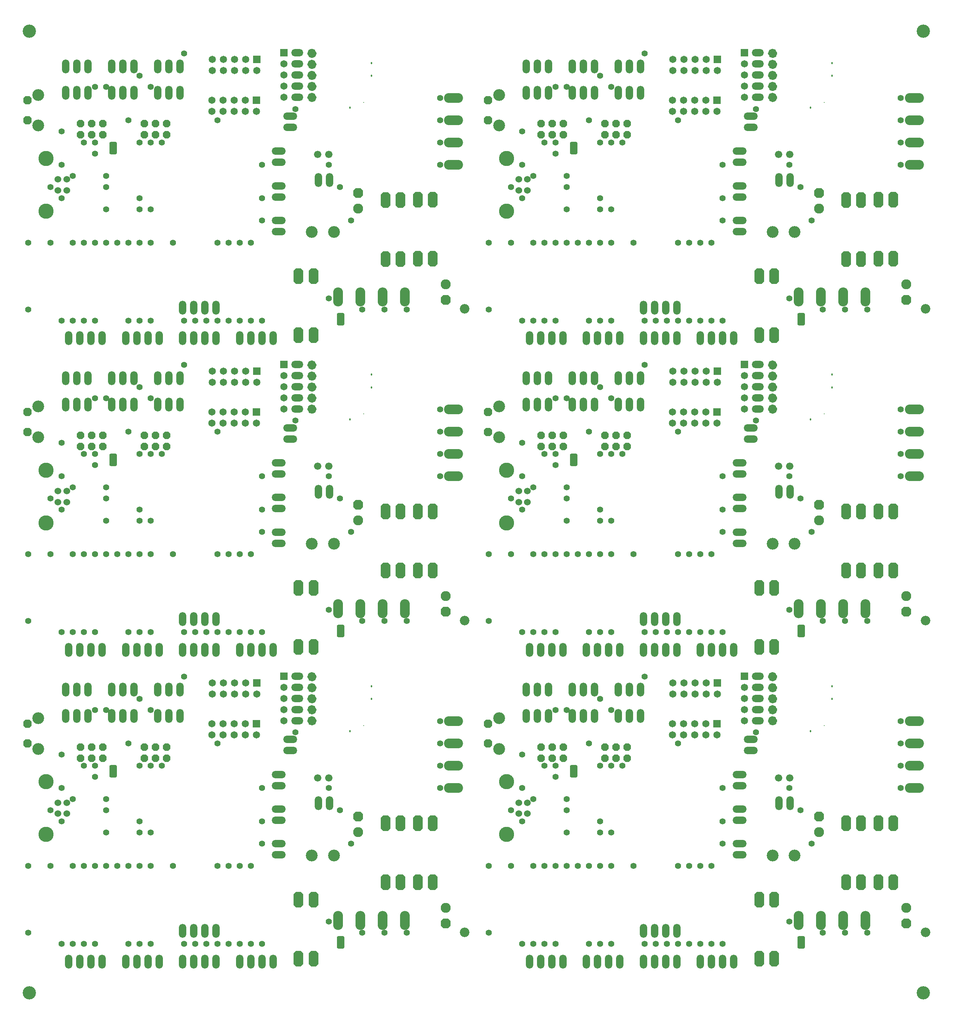
<source format=gbs>
G04 Layer_Color=16711935*
%FSLAX24Y24*%
%MOIN*%
G70*
G01*
G75*
%ADD78C,0.0600*%
G04:AMPARAMS|DCode=167|XSize=118.7mil|YSize=118.7mil|CornerRadius=59.4mil|HoleSize=0mil|Usage=FLASHONLY|Rotation=90.000|XOffset=0mil|YOffset=0mil|HoleType=Round|Shape=RoundedRectangle|*
%AMROUNDEDRECTD167*
21,1,0.1187,0.0000,0,0,90.0*
21,1,0.0000,0.1187,0,0,90.0*
1,1,0.1187,0.0000,0.0000*
1,1,0.1187,0.0000,0.0000*
1,1,0.1187,0.0000,0.0000*
1,1,0.1187,0.0000,0.0000*
%
%ADD167ROUNDEDRECTD167*%
G04:AMPARAMS|DCode=197|XSize=56mil|YSize=56mil|CornerRadius=28mil|HoleSize=0mil|Usage=FLASHONLY|Rotation=90.000|XOffset=0mil|YOffset=0mil|HoleType=Round|Shape=RoundedRectangle|*
%AMROUNDEDRECTD197*
21,1,0.0560,0.0000,0,0,90.0*
21,1,0.0000,0.0560,0,0,90.0*
1,1,0.0560,0.0000,0.0000*
1,1,0.0560,0.0000,0.0000*
1,1,0.0560,0.0000,0.0000*
1,1,0.0560,0.0000,0.0000*
%
%ADD197ROUNDEDRECTD197*%
G04:AMPARAMS|DCode=199|XSize=139mil|YSize=89mil|CornerRadius=0mil|HoleSize=0mil|Usage=FLASHONLY|Rotation=270.000|XOffset=0mil|YOffset=0mil|HoleType=Round|Shape=Octagon|*
%AMOCTAGOND199*
4,1,8,-0.0223,-0.0695,0.0223,-0.0695,0.0445,-0.0473,0.0445,0.0473,0.0223,0.0695,-0.0223,0.0695,-0.0445,0.0473,-0.0445,-0.0473,-0.0223,-0.0695,0.0*
%
%ADD199OCTAGOND199*%

%ADD200C,0.0651*%
%ADD201R,0.0651X0.0651*%
%ADD202O,0.0660X0.1260*%
%ADD203P,0.0823X8X292.5*%
%ADD204C,0.1060*%
%ADD205O,0.1260X0.0660*%
%ADD206O,0.1084X0.0651*%
%ADD207R,0.0651X0.0651*%
%ADD208C,0.1365*%
%ADD209O,0.1710X0.0885*%
%ADD210P,0.0974X8X112.5*%
%ADD211C,0.0900*%
%ADD212P,0.0736X8X22.5*%
%ADD213C,0.0660*%
%ADD214C,0.0860*%
%ADD215O,0.0885X0.1710*%
%ADD216C,0.0180*%
%ADD217C,0.0080*%
%ADD218C,0.0420*%
%ADD219R,0.0704X0.0354*%
G04:AMPARAMS|DCode=220|XSize=52mil|YSize=69mil|CornerRadius=14.5mil|HoleSize=0mil|Usage=FLASHONLY|Rotation=270.000|XOffset=0mil|YOffset=0mil|HoleType=Round|Shape=RoundedRectangle|*
%AMROUNDEDRECTD220*
21,1,0.0520,0.0400,0,0,270.0*
21,1,0.0230,0.0690,0,0,270.0*
1,1,0.0290,-0.0200,-0.0115*
1,1,0.0290,-0.0200,0.0115*
1,1,0.0290,0.0200,0.0115*
1,1,0.0290,0.0200,-0.0115*
%
%ADD220ROUNDEDRECTD220*%
G04:AMPARAMS|DCode=221|XSize=56mil|YSize=56mil|CornerRadius=28mil|HoleSize=0mil|Usage=FLASHONLY|Rotation=0.000|XOffset=0mil|YOffset=0mil|HoleType=Round|Shape=RoundedRectangle|*
%AMROUNDEDRECTD221*
21,1,0.0560,0.0000,0,0,0.0*
21,1,0.0000,0.0560,0,0,0.0*
1,1,0.0560,0.0000,0.0000*
1,1,0.0560,0.0000,0.0000*
1,1,0.0560,0.0000,0.0000*
1,1,0.0560,0.0000,0.0000*
%
%ADD221ROUNDEDRECTD221*%
D78*
X15637Y26665D02*
D03*
Y27657D02*
D03*
X16427D02*
D03*
Y26665D02*
D03*
X57015D02*
D03*
Y27657D02*
D03*
X57805D02*
D03*
Y26665D02*
D03*
X15637Y54657D02*
D03*
Y55650D02*
D03*
X16427D02*
D03*
Y54657D02*
D03*
X57015D02*
D03*
Y55650D02*
D03*
X57805D02*
D03*
Y54657D02*
D03*
X15637Y82650D02*
D03*
Y83642D02*
D03*
X16427D02*
D03*
Y82650D02*
D03*
X57015D02*
D03*
Y83642D02*
D03*
X57805D02*
D03*
Y82650D02*
D03*
D167*
X13061Y96959D02*
D03*
X93356D02*
D03*
Y10561D02*
D03*
X13061D02*
D03*
D197*
X33969Y23969D02*
D03*
X36969Y33969D02*
D03*
X75346Y23969D02*
D03*
X78346Y33969D02*
D03*
X33969Y51961D02*
D03*
X36969Y61961D02*
D03*
X75346Y51961D02*
D03*
X78346Y61961D02*
D03*
X33969Y79953D02*
D03*
X36969Y89953D02*
D03*
X75346Y79953D02*
D03*
X78346Y89953D02*
D03*
D199*
X38583Y18959D02*
D03*
X37243D02*
D03*
Y13659D02*
D03*
X38583D02*
D03*
X45048Y25809D02*
D03*
X46389D02*
D03*
Y20509D02*
D03*
X45048D02*
D03*
X47952Y20519D02*
D03*
X49292D02*
D03*
Y25819D02*
D03*
X47952D02*
D03*
X79961Y18959D02*
D03*
X78621D02*
D03*
Y13659D02*
D03*
X79961D02*
D03*
X86426Y25809D02*
D03*
X87766D02*
D03*
Y20509D02*
D03*
X86426D02*
D03*
X89330Y20519D02*
D03*
X90670D02*
D03*
Y25819D02*
D03*
X89330D02*
D03*
X38583Y46951D02*
D03*
X37243D02*
D03*
Y41651D02*
D03*
X38583D02*
D03*
X45048Y53802D02*
D03*
X46389D02*
D03*
Y48502D02*
D03*
X45048D02*
D03*
X47952Y48511D02*
D03*
X49292D02*
D03*
Y53811D02*
D03*
X47952D02*
D03*
X79961Y46951D02*
D03*
X78621D02*
D03*
Y41651D02*
D03*
X79961D02*
D03*
X86426Y53802D02*
D03*
X87766D02*
D03*
Y48502D02*
D03*
X86426D02*
D03*
X89330Y48511D02*
D03*
X90670D02*
D03*
Y53811D02*
D03*
X89330D02*
D03*
X38583Y74943D02*
D03*
X37243D02*
D03*
Y69643D02*
D03*
X38583D02*
D03*
X45048Y81794D02*
D03*
X46389D02*
D03*
Y76494D02*
D03*
X45048D02*
D03*
X47952Y76504D02*
D03*
X49292D02*
D03*
Y81804D02*
D03*
X47952D02*
D03*
X79961Y74943D02*
D03*
X78621D02*
D03*
Y69643D02*
D03*
X79961D02*
D03*
X86426Y81794D02*
D03*
X87766D02*
D03*
Y76494D02*
D03*
X86426D02*
D03*
X89330Y76504D02*
D03*
X90670D02*
D03*
Y81804D02*
D03*
X89330D02*
D03*
D200*
X29484Y37425D02*
D03*
Y38425D02*
D03*
X30484Y37425D02*
D03*
Y38425D02*
D03*
X31484Y37425D02*
D03*
Y38425D02*
D03*
X32484Y37425D02*
D03*
Y38425D02*
D03*
X33484Y37425D02*
D03*
X29465Y33754D02*
D03*
Y34754D02*
D03*
X30465Y33754D02*
D03*
Y34754D02*
D03*
X31465Y33754D02*
D03*
Y34754D02*
D03*
X32465Y33754D02*
D03*
Y34754D02*
D03*
X33465Y33754D02*
D03*
X35915Y35026D02*
D03*
Y36026D02*
D03*
Y37026D02*
D03*
Y38026D02*
D03*
X70862Y37425D02*
D03*
Y38425D02*
D03*
X71862Y37425D02*
D03*
Y38425D02*
D03*
X72862Y37425D02*
D03*
Y38425D02*
D03*
X73862Y37425D02*
D03*
Y38425D02*
D03*
X74862Y37425D02*
D03*
X70843Y33754D02*
D03*
Y34754D02*
D03*
X71843Y33754D02*
D03*
Y34754D02*
D03*
X72843Y33754D02*
D03*
Y34754D02*
D03*
X73843Y33754D02*
D03*
Y34754D02*
D03*
X74843Y33754D02*
D03*
X77293Y35026D02*
D03*
Y36026D02*
D03*
Y37026D02*
D03*
Y38026D02*
D03*
X29484Y65417D02*
D03*
Y66417D02*
D03*
X30484Y65417D02*
D03*
Y66417D02*
D03*
X31484Y65417D02*
D03*
Y66417D02*
D03*
X32484Y65417D02*
D03*
Y66417D02*
D03*
X33484Y65417D02*
D03*
X29465Y61746D02*
D03*
Y62746D02*
D03*
X30465Y61746D02*
D03*
Y62746D02*
D03*
X31465Y61746D02*
D03*
Y62746D02*
D03*
X32465Y61746D02*
D03*
Y62746D02*
D03*
X33465Y61746D02*
D03*
X35915Y63018D02*
D03*
Y64018D02*
D03*
Y65018D02*
D03*
Y66018D02*
D03*
X70862Y65417D02*
D03*
Y66417D02*
D03*
X71862Y65417D02*
D03*
Y66417D02*
D03*
X72862Y65417D02*
D03*
Y66417D02*
D03*
X73862Y65417D02*
D03*
Y66417D02*
D03*
X74862Y65417D02*
D03*
X70843Y61746D02*
D03*
Y62746D02*
D03*
X71843Y61746D02*
D03*
Y62746D02*
D03*
X72843Y61746D02*
D03*
Y62746D02*
D03*
X73843Y61746D02*
D03*
Y62746D02*
D03*
X74843Y61746D02*
D03*
X77293Y63018D02*
D03*
Y64018D02*
D03*
Y65018D02*
D03*
Y66018D02*
D03*
X29484Y93409D02*
D03*
Y94409D02*
D03*
X30484Y93409D02*
D03*
Y94409D02*
D03*
X31484Y93409D02*
D03*
Y94409D02*
D03*
X32484Y93409D02*
D03*
Y94409D02*
D03*
X33484Y93409D02*
D03*
X29465Y89738D02*
D03*
Y90738D02*
D03*
X30465Y89738D02*
D03*
Y90738D02*
D03*
X31465Y89738D02*
D03*
Y90738D02*
D03*
X32465Y89738D02*
D03*
Y90738D02*
D03*
X33465Y89738D02*
D03*
X35915Y91010D02*
D03*
Y92010D02*
D03*
Y93010D02*
D03*
Y94010D02*
D03*
X70862Y93409D02*
D03*
Y94409D02*
D03*
X71862Y93409D02*
D03*
Y94409D02*
D03*
X72862Y93409D02*
D03*
Y94409D02*
D03*
X73862Y93409D02*
D03*
Y94409D02*
D03*
X74862Y93409D02*
D03*
X70843Y89738D02*
D03*
Y90738D02*
D03*
X71843Y89738D02*
D03*
Y90738D02*
D03*
X72843Y89738D02*
D03*
Y90738D02*
D03*
X73843Y89738D02*
D03*
Y90738D02*
D03*
X74843Y89738D02*
D03*
X77293Y91010D02*
D03*
Y92010D02*
D03*
Y93010D02*
D03*
Y94010D02*
D03*
D201*
X33484Y38425D02*
D03*
X33465Y34754D02*
D03*
X74862Y38425D02*
D03*
X74843Y34754D02*
D03*
X33484Y66417D02*
D03*
X33465Y62746D02*
D03*
X74862Y66417D02*
D03*
X74843Y62746D02*
D03*
X33484Y94409D02*
D03*
X33465Y90738D02*
D03*
X74862Y94409D02*
D03*
X74843Y90738D02*
D03*
D202*
X26846Y13386D02*
D03*
X27846D02*
D03*
X28846D02*
D03*
X29846D02*
D03*
X26846Y16142D02*
D03*
X27846D02*
D03*
X28846D02*
D03*
X29846D02*
D03*
X24591Y37795D02*
D03*
X25591D02*
D03*
X26591D02*
D03*
X20457D02*
D03*
X21457D02*
D03*
X22457D02*
D03*
X16323D02*
D03*
X17323D02*
D03*
X18323D02*
D03*
X22457Y35433D02*
D03*
X21457D02*
D03*
X20457D02*
D03*
X26591D02*
D03*
X25591D02*
D03*
X24591D02*
D03*
X18323D02*
D03*
X17323D02*
D03*
X16323D02*
D03*
X39028Y27598D02*
D03*
X40028D02*
D03*
X16610Y13386D02*
D03*
X17610D02*
D03*
X18610D02*
D03*
X19610D02*
D03*
X21728D02*
D03*
X22728D02*
D03*
X23728D02*
D03*
X24728D02*
D03*
X31965D02*
D03*
X32965D02*
D03*
X33965D02*
D03*
X34965D02*
D03*
X68224D02*
D03*
X69224D02*
D03*
X70224D02*
D03*
X71224D02*
D03*
X68224Y16142D02*
D03*
X69224D02*
D03*
X70224D02*
D03*
X71224D02*
D03*
X65968Y37795D02*
D03*
X66968D02*
D03*
X67969D02*
D03*
X61835D02*
D03*
X62835D02*
D03*
X63835D02*
D03*
X57701D02*
D03*
X58701D02*
D03*
X59701D02*
D03*
X63835Y35433D02*
D03*
X62835D02*
D03*
X61835D02*
D03*
X67969D02*
D03*
X66968D02*
D03*
X65968D02*
D03*
X59701D02*
D03*
X58701D02*
D03*
X57701D02*
D03*
X80406Y27598D02*
D03*
X81406D02*
D03*
X57988Y13386D02*
D03*
X58988D02*
D03*
X59988D02*
D03*
X60988D02*
D03*
X63106D02*
D03*
X64106D02*
D03*
X65106D02*
D03*
X66106D02*
D03*
X73343D02*
D03*
X74343D02*
D03*
X75343D02*
D03*
X76343D02*
D03*
X26846Y41378D02*
D03*
X27846D02*
D03*
X28846D02*
D03*
X29846D02*
D03*
X26846Y44134D02*
D03*
X27846D02*
D03*
X28846D02*
D03*
X29846D02*
D03*
X24591Y65787D02*
D03*
X25591D02*
D03*
X26591D02*
D03*
X20457D02*
D03*
X21457D02*
D03*
X22457D02*
D03*
X16323D02*
D03*
X17323D02*
D03*
X18323D02*
D03*
X22457Y63425D02*
D03*
X21457D02*
D03*
X20457D02*
D03*
X26591D02*
D03*
X25591D02*
D03*
X24591D02*
D03*
X18323D02*
D03*
X17323D02*
D03*
X16323D02*
D03*
X39028Y55591D02*
D03*
X40028D02*
D03*
X16610Y41378D02*
D03*
X17610D02*
D03*
X18610D02*
D03*
X19610D02*
D03*
X21728D02*
D03*
X22728D02*
D03*
X23728D02*
D03*
X24728D02*
D03*
X31965D02*
D03*
X32965D02*
D03*
X33965D02*
D03*
X34965D02*
D03*
X68224D02*
D03*
X69224D02*
D03*
X70224D02*
D03*
X71224D02*
D03*
X68224Y44134D02*
D03*
X69224D02*
D03*
X70224D02*
D03*
X71224D02*
D03*
X65968Y65787D02*
D03*
X66968D02*
D03*
X67969D02*
D03*
X61835D02*
D03*
X62835D02*
D03*
X63835D02*
D03*
X57701D02*
D03*
X58701D02*
D03*
X59701D02*
D03*
X63835Y63425D02*
D03*
X62835D02*
D03*
X61835D02*
D03*
X67969D02*
D03*
X66968D02*
D03*
X65968D02*
D03*
X59701D02*
D03*
X58701D02*
D03*
X57701D02*
D03*
X80406Y55591D02*
D03*
X81406D02*
D03*
X57988Y41378D02*
D03*
X58988D02*
D03*
X59988D02*
D03*
X60988D02*
D03*
X63106D02*
D03*
X64106D02*
D03*
X65106D02*
D03*
X66106D02*
D03*
X73343D02*
D03*
X74343D02*
D03*
X75343D02*
D03*
X76343D02*
D03*
X26846Y69370D02*
D03*
X27846D02*
D03*
X28846D02*
D03*
X29846D02*
D03*
X26846Y72126D02*
D03*
X27846D02*
D03*
X28846D02*
D03*
X29846D02*
D03*
X24591Y93780D02*
D03*
X25591D02*
D03*
X26591D02*
D03*
X20457D02*
D03*
X21457D02*
D03*
X22457D02*
D03*
X16323D02*
D03*
X17323D02*
D03*
X18323D02*
D03*
X22457Y91417D02*
D03*
X21457D02*
D03*
X20457D02*
D03*
X26591D02*
D03*
X25591D02*
D03*
X24591D02*
D03*
X18323D02*
D03*
X17323D02*
D03*
X16323D02*
D03*
X39028Y83583D02*
D03*
X40028D02*
D03*
X16610Y69370D02*
D03*
X17610D02*
D03*
X18610D02*
D03*
X19610D02*
D03*
X21728D02*
D03*
X22728D02*
D03*
X23728D02*
D03*
X24728D02*
D03*
X31965D02*
D03*
X32965D02*
D03*
X33965D02*
D03*
X34965D02*
D03*
X68224D02*
D03*
X69224D02*
D03*
X70224D02*
D03*
X71224D02*
D03*
X68224Y72126D02*
D03*
X69224D02*
D03*
X70224D02*
D03*
X71224D02*
D03*
X65968Y93780D02*
D03*
X66968D02*
D03*
X67969D02*
D03*
X61835D02*
D03*
X62835D02*
D03*
X63835D02*
D03*
X57701D02*
D03*
X58701D02*
D03*
X59701D02*
D03*
X63835Y91417D02*
D03*
X62835D02*
D03*
X61835D02*
D03*
X67969D02*
D03*
X66968D02*
D03*
X65968D02*
D03*
X59701D02*
D03*
X58701D02*
D03*
X57701D02*
D03*
X80406Y83583D02*
D03*
X81406D02*
D03*
X57988Y69370D02*
D03*
X58988D02*
D03*
X59988D02*
D03*
X60988D02*
D03*
X63106D02*
D03*
X64106D02*
D03*
X65106D02*
D03*
X66106D02*
D03*
X73343D02*
D03*
X74343D02*
D03*
X75343D02*
D03*
X76343D02*
D03*
D203*
X12896Y34748D02*
D03*
Y32968D02*
D03*
X54274Y34748D02*
D03*
Y32968D02*
D03*
X12896Y62740D02*
D03*
Y60960D02*
D03*
X54274Y62740D02*
D03*
Y60960D02*
D03*
X12896Y90733D02*
D03*
Y88953D02*
D03*
X54274Y90733D02*
D03*
Y88953D02*
D03*
D204*
X13876Y35238D02*
D03*
Y32478D02*
D03*
X40413Y22913D02*
D03*
X38445D02*
D03*
X55254Y35238D02*
D03*
Y32478D02*
D03*
X81791Y22913D02*
D03*
X79823D02*
D03*
X13876Y63230D02*
D03*
Y60470D02*
D03*
X40413Y50906D02*
D03*
X38445D02*
D03*
X55254Y63230D02*
D03*
Y60470D02*
D03*
X81791Y50906D02*
D03*
X79823D02*
D03*
X13876Y91223D02*
D03*
Y88463D02*
D03*
X40413Y78898D02*
D03*
X38445D02*
D03*
X55254Y91223D02*
D03*
Y88463D02*
D03*
X81791Y78898D02*
D03*
X79823D02*
D03*
D205*
X35472Y29185D02*
D03*
Y30185D02*
D03*
Y26075D02*
D03*
Y27075D02*
D03*
X36496Y33335D02*
D03*
Y32335D02*
D03*
X35472Y22965D02*
D03*
Y23965D02*
D03*
X76850Y29185D02*
D03*
Y30185D02*
D03*
Y26075D02*
D03*
Y27075D02*
D03*
X77874Y33335D02*
D03*
Y32335D02*
D03*
X76850Y22965D02*
D03*
Y23965D02*
D03*
X35472Y57177D02*
D03*
Y58177D02*
D03*
Y54067D02*
D03*
Y55067D02*
D03*
X36496Y61327D02*
D03*
Y60327D02*
D03*
X35472Y50957D02*
D03*
Y51957D02*
D03*
X76850Y57177D02*
D03*
Y58177D02*
D03*
Y54067D02*
D03*
Y55067D02*
D03*
X77874Y61327D02*
D03*
Y60327D02*
D03*
X76850Y50957D02*
D03*
Y51957D02*
D03*
X35472Y85169D02*
D03*
Y86169D02*
D03*
Y82059D02*
D03*
Y83059D02*
D03*
X36496Y89319D02*
D03*
Y88319D02*
D03*
X35472Y78949D02*
D03*
Y79949D02*
D03*
X76850Y85169D02*
D03*
Y86169D02*
D03*
Y82059D02*
D03*
Y83059D02*
D03*
X77874Y89319D02*
D03*
Y88319D02*
D03*
X76850Y78949D02*
D03*
Y79949D02*
D03*
D206*
X37132Y35026D02*
D03*
Y36026D02*
D03*
Y37026D02*
D03*
Y38026D02*
D03*
Y39026D02*
D03*
X78510Y35026D02*
D03*
Y36026D02*
D03*
Y37026D02*
D03*
Y38026D02*
D03*
Y39026D02*
D03*
X37132Y63018D02*
D03*
Y64018D02*
D03*
Y65018D02*
D03*
Y66018D02*
D03*
Y67018D02*
D03*
X78510Y63018D02*
D03*
Y64018D02*
D03*
Y65018D02*
D03*
Y66018D02*
D03*
Y67018D02*
D03*
X37132Y91010D02*
D03*
Y92010D02*
D03*
Y93010D02*
D03*
Y94010D02*
D03*
Y95010D02*
D03*
X78510Y91010D02*
D03*
Y92010D02*
D03*
Y93010D02*
D03*
Y94010D02*
D03*
Y95010D02*
D03*
D207*
X35915Y39026D02*
D03*
X77293D02*
D03*
X35915Y67018D02*
D03*
X77293D02*
D03*
X35915Y95010D02*
D03*
X77293D02*
D03*
D208*
X14567Y24795D02*
D03*
Y29528D02*
D03*
X55945Y24795D02*
D03*
Y29528D02*
D03*
X14567Y52787D02*
D03*
Y57520D02*
D03*
X55945Y52787D02*
D03*
Y57520D02*
D03*
X14567Y80780D02*
D03*
Y85512D02*
D03*
X55945Y80780D02*
D03*
Y85512D02*
D03*
D209*
X51178Y28969D02*
D03*
Y30968D02*
D03*
Y32968D02*
D03*
Y34969D02*
D03*
X92556Y28969D02*
D03*
Y30968D02*
D03*
Y32968D02*
D03*
Y34969D02*
D03*
X51178Y56961D02*
D03*
Y58961D02*
D03*
Y60961D02*
D03*
Y62961D02*
D03*
X92556Y56961D02*
D03*
Y58961D02*
D03*
Y60961D02*
D03*
Y62961D02*
D03*
X51178Y84953D02*
D03*
Y86953D02*
D03*
Y88953D02*
D03*
Y90953D02*
D03*
X92556Y84953D02*
D03*
Y86953D02*
D03*
Y88953D02*
D03*
Y90953D02*
D03*
D210*
X42608Y26418D02*
D03*
X50453Y16820D02*
D03*
X83986Y26418D02*
D03*
X91831Y16820D02*
D03*
X42608Y54411D02*
D03*
X50453Y44812D02*
D03*
X83986Y54411D02*
D03*
X91831Y44812D02*
D03*
X42608Y82403D02*
D03*
X50453Y72804D02*
D03*
X83986Y82403D02*
D03*
X91831Y72804D02*
D03*
D211*
X42608Y25018D02*
D03*
X50453Y18220D02*
D03*
X83986Y25018D02*
D03*
X91831Y18220D02*
D03*
X42608Y53011D02*
D03*
X50453Y46212D02*
D03*
X83986Y53011D02*
D03*
X91831Y46212D02*
D03*
X42608Y81003D02*
D03*
X50453Y74204D02*
D03*
X83986Y81003D02*
D03*
X91831Y74204D02*
D03*
D212*
X23390Y31644D02*
D03*
Y32644D02*
D03*
X24390Y31644D02*
D03*
Y32644D02*
D03*
X25390Y31644D02*
D03*
Y32644D02*
D03*
X17664Y31644D02*
D03*
Y32644D02*
D03*
X18664Y31644D02*
D03*
Y32644D02*
D03*
X19664Y31644D02*
D03*
Y32644D02*
D03*
X64768Y31644D02*
D03*
Y32644D02*
D03*
X65768Y31644D02*
D03*
Y32644D02*
D03*
X66768Y31644D02*
D03*
Y32644D02*
D03*
X59042Y31644D02*
D03*
Y32644D02*
D03*
X60042Y31644D02*
D03*
Y32644D02*
D03*
X61042Y31644D02*
D03*
Y32644D02*
D03*
X23390Y59636D02*
D03*
Y60636D02*
D03*
X24390Y59636D02*
D03*
Y60636D02*
D03*
X25390Y59636D02*
D03*
Y60636D02*
D03*
X17664Y59636D02*
D03*
Y60636D02*
D03*
X18664Y59636D02*
D03*
Y60636D02*
D03*
X19664Y59636D02*
D03*
Y60636D02*
D03*
X64768Y59636D02*
D03*
Y60636D02*
D03*
X65768Y59636D02*
D03*
Y60636D02*
D03*
X66768Y59636D02*
D03*
Y60636D02*
D03*
X59042Y59636D02*
D03*
Y60636D02*
D03*
X60042Y59636D02*
D03*
Y60636D02*
D03*
X61042Y59636D02*
D03*
Y60636D02*
D03*
X23390Y87628D02*
D03*
Y88628D02*
D03*
X24390Y87628D02*
D03*
Y88628D02*
D03*
X25390Y87628D02*
D03*
Y88628D02*
D03*
X17664Y87628D02*
D03*
Y88628D02*
D03*
X18664Y87628D02*
D03*
Y88628D02*
D03*
X19664Y87628D02*
D03*
Y88628D02*
D03*
X64768Y87628D02*
D03*
Y88628D02*
D03*
X65768Y87628D02*
D03*
Y88628D02*
D03*
X66768Y87628D02*
D03*
Y88628D02*
D03*
X59042Y87628D02*
D03*
Y88628D02*
D03*
X60042Y87628D02*
D03*
Y88628D02*
D03*
X61042Y87628D02*
D03*
Y88628D02*
D03*
D213*
X38976Y29882D02*
D03*
X39976D02*
D03*
X80354D02*
D03*
X81354D02*
D03*
X38976Y57874D02*
D03*
X39976D02*
D03*
X80354D02*
D03*
X81354D02*
D03*
X38976Y85866D02*
D03*
X39976D02*
D03*
X80354D02*
D03*
X81354D02*
D03*
D214*
X52175Y16024D02*
D03*
X93553D02*
D03*
X52175Y44016D02*
D03*
X93553D02*
D03*
X52175Y72008D02*
D03*
X93553D02*
D03*
D215*
X40789Y17077D02*
D03*
X42789D02*
D03*
X44789D02*
D03*
X46789D02*
D03*
X82167D02*
D03*
X84167D02*
D03*
X86167D02*
D03*
X88167D02*
D03*
X40789Y45069D02*
D03*
X42789D02*
D03*
X44789D02*
D03*
X46789D02*
D03*
X82167D02*
D03*
X84167D02*
D03*
X86167D02*
D03*
X88167D02*
D03*
X40789Y73061D02*
D03*
X42789D02*
D03*
X44789D02*
D03*
X46789D02*
D03*
X82167D02*
D03*
X84167D02*
D03*
X86167D02*
D03*
X88167D02*
D03*
D216*
X43798Y38108D02*
D03*
X43795Y36964D02*
D03*
X41859Y34092D02*
D03*
X85176Y38108D02*
D03*
X85173Y36964D02*
D03*
X83237Y34092D02*
D03*
X43798Y66101D02*
D03*
X43795Y64957D02*
D03*
X41859Y62084D02*
D03*
X85176Y66101D02*
D03*
X85173Y64957D02*
D03*
X83237Y62084D02*
D03*
X43798Y94093D02*
D03*
X43795Y92949D02*
D03*
X41859Y90076D02*
D03*
X85176Y94093D02*
D03*
X85173Y92949D02*
D03*
X83237Y90076D02*
D03*
D217*
X43099Y34569D02*
D03*
X84476D02*
D03*
X43099Y62561D02*
D03*
X84476D02*
D03*
X43099Y90553D02*
D03*
X84476D02*
D03*
D218*
X38645Y35010D02*
G03*
X38645Y35010I-200J0D01*
G01*
Y35999D02*
G03*
X38645Y35999I-200J0D01*
G01*
Y36988D02*
G03*
X38645Y36988I-200J0D01*
G01*
Y37977D02*
G03*
X38645Y37977I-200J0D01*
G01*
Y38967D02*
G03*
X38645Y38967I-200J0D01*
G01*
X80023Y35010D02*
G03*
X80023Y35010I-200J0D01*
G01*
Y35999D02*
G03*
X80023Y35999I-200J0D01*
G01*
Y36988D02*
G03*
X80023Y36988I-200J0D01*
G01*
Y37977D02*
G03*
X80023Y37977I-200J0D01*
G01*
Y38967D02*
G03*
X80023Y38967I-200J0D01*
G01*
X38645Y63002D02*
G03*
X38645Y63002I-200J0D01*
G01*
Y63991D02*
G03*
X38645Y63991I-200J0D01*
G01*
Y64980D02*
G03*
X38645Y64980I-200J0D01*
G01*
Y65969D02*
G03*
X38645Y65969I-200J0D01*
G01*
Y66959D02*
G03*
X38645Y66959I-200J0D01*
G01*
X80023Y63002D02*
G03*
X80023Y63002I-200J0D01*
G01*
Y63991D02*
G03*
X80023Y63991I-200J0D01*
G01*
Y64980D02*
G03*
X80023Y64980I-200J0D01*
G01*
Y65969D02*
G03*
X80023Y65969I-200J0D01*
G01*
Y66959D02*
G03*
X80023Y66959I-200J0D01*
G01*
X38645Y90994D02*
G03*
X38645Y90994I-200J0D01*
G01*
Y91983D02*
G03*
X38645Y91983I-200J0D01*
G01*
Y92972D02*
G03*
X38645Y92972I-200J0D01*
G01*
Y93962D02*
G03*
X38645Y93962I-200J0D01*
G01*
Y94951D02*
G03*
X38645Y94951I-200J0D01*
G01*
X80023Y90994D02*
G03*
X80023Y90994I-200J0D01*
G01*
Y91983D02*
G03*
X80023Y91983I-200J0D01*
G01*
Y92972D02*
G03*
X80023Y92972I-200J0D01*
G01*
Y93962D02*
G03*
X80023Y93962I-200J0D01*
G01*
Y94951D02*
G03*
X80023Y94951I-200J0D01*
G01*
D219*
X20593Y30472D02*
D03*
X41031Y15089D02*
D03*
X61971Y30472D02*
D03*
X82409Y15089D02*
D03*
X20593Y58465D02*
D03*
X41031Y43081D02*
D03*
X61971Y58465D02*
D03*
X82409Y43081D02*
D03*
X20593Y86457D02*
D03*
X41031Y71073D02*
D03*
X61971Y86457D02*
D03*
X82409Y71073D02*
D03*
D220*
X20600Y30763D02*
D03*
Y30163D02*
D03*
X41024Y14798D02*
D03*
Y15398D02*
D03*
X61978Y30763D02*
D03*
Y30163D02*
D03*
X82402Y14798D02*
D03*
Y15398D02*
D03*
X20600Y58755D02*
D03*
Y58155D02*
D03*
X41024Y42791D02*
D03*
Y43391D02*
D03*
X61978Y58755D02*
D03*
Y58155D02*
D03*
X82402Y42791D02*
D03*
Y43391D02*
D03*
X20600Y86747D02*
D03*
Y86147D02*
D03*
X41024Y70783D02*
D03*
Y71383D02*
D03*
X61978Y86747D02*
D03*
Y86147D02*
D03*
X82402Y70783D02*
D03*
Y71383D02*
D03*
D221*
X39969Y16968D02*
D03*
X46968Y15969D02*
D03*
X44969D02*
D03*
X42969D02*
D03*
X26969Y14969D02*
D03*
X30968D02*
D03*
X27968D02*
D03*
X31969D02*
D03*
X33969D02*
D03*
X29969D02*
D03*
X32968D02*
D03*
X28969D02*
D03*
X18968D02*
D03*
X12968Y15969D02*
D03*
X21969Y14969D02*
D03*
X15969D02*
D03*
X17968D02*
D03*
X23969D02*
D03*
X22968D02*
D03*
X16968D02*
D03*
X21969Y32968D02*
D03*
X26969Y38969D02*
D03*
X14969Y26969D02*
D03*
X15969Y25968D02*
D03*
X18968Y30968D02*
D03*
X15969Y31969D02*
D03*
X17968Y30968D02*
D03*
X18968Y29969D02*
D03*
X23969Y35968D02*
D03*
X22968Y36969D02*
D03*
X19969Y35968D02*
D03*
X18968D02*
D03*
X24969Y30968D02*
D03*
X29969Y32968D02*
D03*
X23969Y30968D02*
D03*
X22968D02*
D03*
X41968Y23969D02*
D03*
X33969Y28969D02*
D03*
Y25968D02*
D03*
X32968Y21969D02*
D03*
X29969D02*
D03*
X31969D02*
D03*
X30968D02*
D03*
X25968D02*
D03*
X21969D02*
D03*
X23969D02*
D03*
X22968D02*
D03*
X20968D02*
D03*
X17968D02*
D03*
X19969D02*
D03*
X18968D02*
D03*
X16968D02*
D03*
X12968D02*
D03*
X14969D02*
D03*
X49969Y32968D02*
D03*
Y28969D02*
D03*
Y34969D02*
D03*
Y30968D02*
D03*
X39969Y28969D02*
D03*
X40968Y26969D02*
D03*
X19969Y24969D02*
D03*
Y26969D02*
D03*
Y27968D02*
D03*
X16968D02*
D03*
X15969Y28969D02*
D03*
X22968Y25968D02*
D03*
X23969Y24969D02*
D03*
X22968D02*
D03*
X81346Y16968D02*
D03*
X88346Y15969D02*
D03*
X86346D02*
D03*
X84346D02*
D03*
X68346Y14969D02*
D03*
X72346D02*
D03*
X69346D02*
D03*
X73346D02*
D03*
X75346D02*
D03*
X71346D02*
D03*
X74346D02*
D03*
X70346D02*
D03*
X60346D02*
D03*
X54346Y15969D02*
D03*
X63346Y14969D02*
D03*
X57346D02*
D03*
X59346D02*
D03*
X65346D02*
D03*
X64346D02*
D03*
X58346D02*
D03*
X63346Y32968D02*
D03*
X68346Y38969D02*
D03*
X56346Y26969D02*
D03*
X57346Y25968D02*
D03*
X60346Y30968D02*
D03*
X57346Y31969D02*
D03*
X59346Y30968D02*
D03*
X60346Y29969D02*
D03*
X65346Y35968D02*
D03*
X64346Y36969D02*
D03*
X61346Y35968D02*
D03*
X60346D02*
D03*
X66346Y30968D02*
D03*
X71346Y32968D02*
D03*
X65346Y30968D02*
D03*
X64346D02*
D03*
X83346Y23969D02*
D03*
X75346Y28969D02*
D03*
Y25968D02*
D03*
X74346Y21969D02*
D03*
X71346D02*
D03*
X73346D02*
D03*
X72346D02*
D03*
X67346D02*
D03*
X63346D02*
D03*
X65346D02*
D03*
X64346D02*
D03*
X62346D02*
D03*
X59346D02*
D03*
X61346D02*
D03*
X60346D02*
D03*
X58346D02*
D03*
X54346D02*
D03*
X56346D02*
D03*
X91346Y32968D02*
D03*
Y28969D02*
D03*
Y34969D02*
D03*
Y30968D02*
D03*
X81346Y28969D02*
D03*
X82346Y26969D02*
D03*
X61346Y24969D02*
D03*
Y26969D02*
D03*
Y27968D02*
D03*
X58346D02*
D03*
X57346Y28969D02*
D03*
X64346Y25968D02*
D03*
X65346Y24969D02*
D03*
X64346D02*
D03*
X39969Y44961D02*
D03*
X46968Y43961D02*
D03*
X44969D02*
D03*
X42969D02*
D03*
X26969Y42961D02*
D03*
X30968D02*
D03*
X27968D02*
D03*
X31969D02*
D03*
X33969D02*
D03*
X29969D02*
D03*
X32968D02*
D03*
X28969D02*
D03*
X18968D02*
D03*
X12968Y43961D02*
D03*
X21969Y42961D02*
D03*
X15969D02*
D03*
X17968D02*
D03*
X23969D02*
D03*
X22968D02*
D03*
X16968D02*
D03*
X21969Y60961D02*
D03*
X26969Y66961D02*
D03*
X14969Y54961D02*
D03*
X15969Y53961D02*
D03*
X18968Y58961D02*
D03*
X15969Y59961D02*
D03*
X17968Y58961D02*
D03*
X18968Y57961D02*
D03*
X23969Y63961D02*
D03*
X22968Y64961D02*
D03*
X19969Y63961D02*
D03*
X18968D02*
D03*
X24969Y58961D02*
D03*
X29969Y60961D02*
D03*
X23969Y58961D02*
D03*
X22968D02*
D03*
X41968Y51961D02*
D03*
X33969Y56961D02*
D03*
Y53961D02*
D03*
X32968Y49961D02*
D03*
X29969D02*
D03*
X31969D02*
D03*
X30968D02*
D03*
X25968D02*
D03*
X21969D02*
D03*
X23969D02*
D03*
X22968D02*
D03*
X20968D02*
D03*
X17968D02*
D03*
X19969D02*
D03*
X18968D02*
D03*
X16968D02*
D03*
X12968D02*
D03*
X14969D02*
D03*
X49969Y60961D02*
D03*
Y56961D02*
D03*
Y62961D02*
D03*
Y58961D02*
D03*
X39969Y56961D02*
D03*
X40968Y54961D02*
D03*
X19969Y52961D02*
D03*
Y54961D02*
D03*
Y55961D02*
D03*
X16968D02*
D03*
X15969Y56961D02*
D03*
X22968Y53961D02*
D03*
X23969Y52961D02*
D03*
X22968D02*
D03*
X81346Y44961D02*
D03*
X88346Y43961D02*
D03*
X86346D02*
D03*
X84346D02*
D03*
X68346Y42961D02*
D03*
X72346D02*
D03*
X69346D02*
D03*
X73346D02*
D03*
X75346D02*
D03*
X71346D02*
D03*
X74346D02*
D03*
X70346D02*
D03*
X60346D02*
D03*
X54346Y43961D02*
D03*
X63346Y42961D02*
D03*
X57346D02*
D03*
X59346D02*
D03*
X65346D02*
D03*
X64346D02*
D03*
X58346D02*
D03*
X63346Y60961D02*
D03*
X68346Y66961D02*
D03*
X56346Y54961D02*
D03*
X57346Y53961D02*
D03*
X60346Y58961D02*
D03*
X57346Y59961D02*
D03*
X59346Y58961D02*
D03*
X60346Y57961D02*
D03*
X65346Y63961D02*
D03*
X64346Y64961D02*
D03*
X61346Y63961D02*
D03*
X60346D02*
D03*
X66346Y58961D02*
D03*
X71346Y60961D02*
D03*
X65346Y58961D02*
D03*
X64346D02*
D03*
X83346Y51961D02*
D03*
X75346Y56961D02*
D03*
Y53961D02*
D03*
X74346Y49961D02*
D03*
X71346D02*
D03*
X73346D02*
D03*
X72346D02*
D03*
X67346D02*
D03*
X63346D02*
D03*
X65346D02*
D03*
X64346D02*
D03*
X62346D02*
D03*
X59346D02*
D03*
X61346D02*
D03*
X60346D02*
D03*
X58346D02*
D03*
X54346D02*
D03*
X56346D02*
D03*
X91346Y60961D02*
D03*
Y56961D02*
D03*
Y62961D02*
D03*
Y58961D02*
D03*
X81346Y56961D02*
D03*
X82346Y54961D02*
D03*
X61346Y52961D02*
D03*
Y54961D02*
D03*
Y55961D02*
D03*
X58346D02*
D03*
X57346Y56961D02*
D03*
X64346Y53961D02*
D03*
X65346Y52961D02*
D03*
X64346D02*
D03*
X39969Y72953D02*
D03*
X46968Y71953D02*
D03*
X44969D02*
D03*
X42969D02*
D03*
X26969Y70953D02*
D03*
X30968D02*
D03*
X27968D02*
D03*
X31969D02*
D03*
X33969D02*
D03*
X29969D02*
D03*
X32968D02*
D03*
X28969D02*
D03*
X18968D02*
D03*
X12968Y71953D02*
D03*
X21969Y70953D02*
D03*
X15969D02*
D03*
X17968D02*
D03*
X23969D02*
D03*
X22968D02*
D03*
X16968D02*
D03*
X21969Y88953D02*
D03*
X26969Y94953D02*
D03*
X14969Y82953D02*
D03*
X15969Y81953D02*
D03*
X18968Y86953D02*
D03*
X15969Y87953D02*
D03*
X17968Y86953D02*
D03*
X18968Y85953D02*
D03*
X23969Y91953D02*
D03*
X22968Y92953D02*
D03*
X19969Y91953D02*
D03*
X18968D02*
D03*
X24969Y86953D02*
D03*
X29969Y88953D02*
D03*
X23969Y86953D02*
D03*
X22968D02*
D03*
X41968Y79953D02*
D03*
X33969Y84953D02*
D03*
Y81953D02*
D03*
X32968Y77953D02*
D03*
X29969D02*
D03*
X31969D02*
D03*
X30968D02*
D03*
X25968D02*
D03*
X21969D02*
D03*
X23969D02*
D03*
X22968D02*
D03*
X20968D02*
D03*
X17968D02*
D03*
X19969D02*
D03*
X18968D02*
D03*
X16968D02*
D03*
X12968D02*
D03*
X14969D02*
D03*
X49969Y88953D02*
D03*
Y84953D02*
D03*
Y90953D02*
D03*
Y86953D02*
D03*
X39969Y84953D02*
D03*
X40968Y82953D02*
D03*
X19969Y80953D02*
D03*
Y82953D02*
D03*
Y83953D02*
D03*
X16968D02*
D03*
X15969Y84953D02*
D03*
X22968Y81953D02*
D03*
X23969Y80953D02*
D03*
X22968D02*
D03*
X81346Y72953D02*
D03*
X88346Y71953D02*
D03*
X86346D02*
D03*
X84346D02*
D03*
X68346Y70953D02*
D03*
X72346D02*
D03*
X69346D02*
D03*
X73346D02*
D03*
X75346D02*
D03*
X71346D02*
D03*
X74346D02*
D03*
X70346D02*
D03*
X60346D02*
D03*
X54346Y71953D02*
D03*
X63346Y70953D02*
D03*
X57346D02*
D03*
X59346D02*
D03*
X65346D02*
D03*
X64346D02*
D03*
X58346D02*
D03*
X63346Y88953D02*
D03*
X68346Y94953D02*
D03*
X56346Y82953D02*
D03*
X57346Y81953D02*
D03*
X60346Y86953D02*
D03*
X57346Y87953D02*
D03*
X59346Y86953D02*
D03*
X60346Y85953D02*
D03*
X65346Y91953D02*
D03*
X64346Y92953D02*
D03*
X61346Y91953D02*
D03*
X60346D02*
D03*
X66346Y86953D02*
D03*
X71346Y88953D02*
D03*
X65346Y86953D02*
D03*
X64346D02*
D03*
X83346Y79953D02*
D03*
X75346Y84953D02*
D03*
Y81953D02*
D03*
X74346Y77953D02*
D03*
X71346D02*
D03*
X73346D02*
D03*
X72346D02*
D03*
X67346D02*
D03*
X63346D02*
D03*
X65346D02*
D03*
X64346D02*
D03*
X62346D02*
D03*
X59346D02*
D03*
X61346D02*
D03*
X60346D02*
D03*
X58346D02*
D03*
X54346D02*
D03*
X56346D02*
D03*
X91346Y88953D02*
D03*
Y84953D02*
D03*
Y90953D02*
D03*
Y86953D02*
D03*
X81346Y84953D02*
D03*
X82346Y82953D02*
D03*
X61346Y80953D02*
D03*
Y82953D02*
D03*
Y83953D02*
D03*
X58346D02*
D03*
X57346Y84953D02*
D03*
X64346Y81953D02*
D03*
X65346Y80953D02*
D03*
X64346D02*
D03*
M02*

</source>
